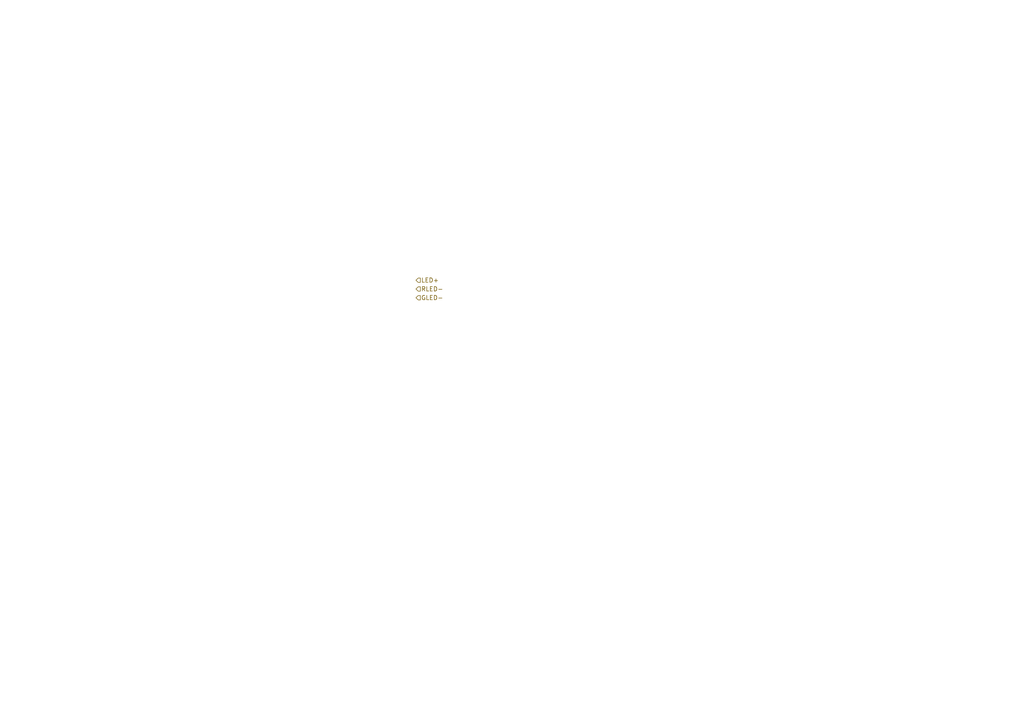
<source format=kicad_sch>
(kicad_sch (version 20211123) (generator eeschema)
  (paper "A4")
  (title_block (title "LV Subsystem interconnections") (date "2022-03-16") (rev "0.1") (company "Oxford University Racing") (comment 1 "Hugo Berg, Becky Hu, Lianfeng Shi") (comment 2 "Electronics team"))
  (lib_symbols)
  (hierarchical_label "RLED-" (shape input) (at 120.65 83.82 0))
  (hierarchical_label "LED+" (shape input) (at 120.65 81.28 0))
  (hierarchical_label "GLED-" (shape input) (at 120.65 86.36 0))
)
</source>
